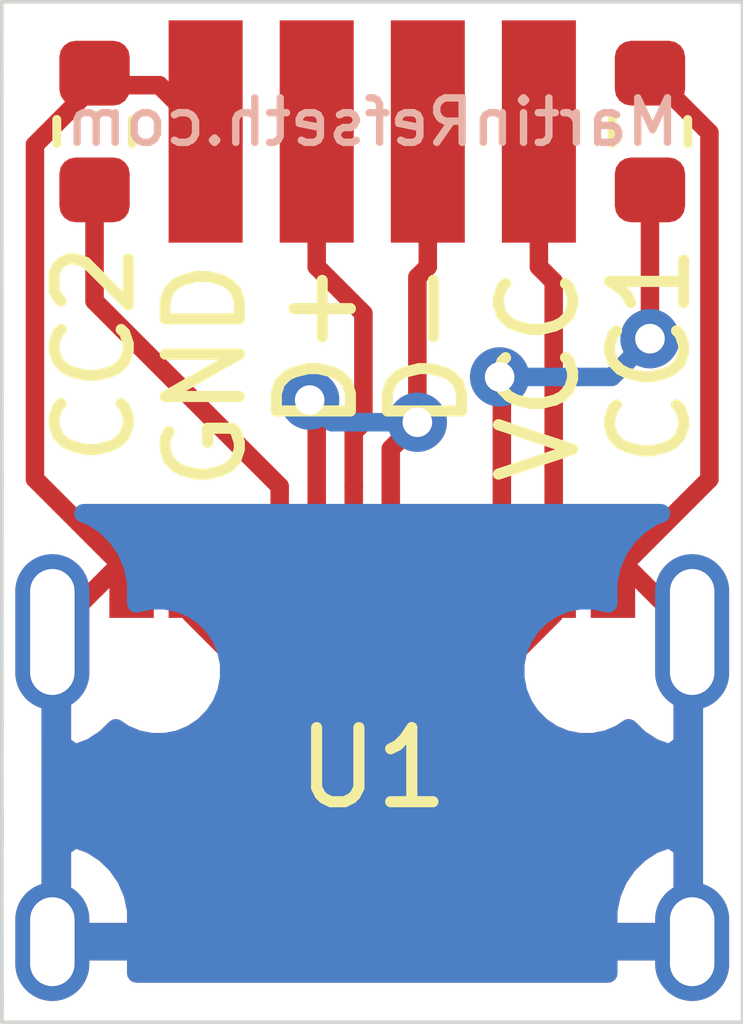
<source format=kicad_pcb>
(kicad_pcb (version 20171130) (host pcbnew "(5.1.5)-3")

  (general
    (thickness 0.8)
    (drawings 5)
    (tracks 56)
    (zones 0)
    (modules 7)
    (nets 9)
  )

  (page A4)
  (layers
    (0 F.Cu signal)
    (31 B.Cu signal)
    (32 B.Adhes user)
    (33 F.Adhes user)
    (34 B.Paste user)
    (35 F.Paste user)
    (36 B.SilkS user)
    (37 F.SilkS user)
    (38 B.Mask user)
    (39 F.Mask user)
    (40 Dwgs.User user)
    (41 Cmts.User user)
    (42 Eco1.User user)
    (43 Eco2.User user)
    (44 Edge.Cuts user)
    (45 Margin user)
    (46 B.CrtYd user)
    (47 F.CrtYd user)
    (48 B.Fab user)
    (49 F.Fab user hide)
  )

  (setup
    (last_trace_width 0.25)
    (trace_clearance 0.2)
    (zone_clearance 0.508)
    (zone_45_only no)
    (trace_min 0.2)
    (via_size 0.8)
    (via_drill 0.4)
    (via_min_size 0.4)
    (via_min_drill 0.3)
    (uvia_size 0.3)
    (uvia_drill 0.1)
    (uvias_allowed no)
    (uvia_min_size 0.2)
    (uvia_min_drill 0.1)
    (edge_width 0.05)
    (segment_width 0.2)
    (pcb_text_width 0.3)
    (pcb_text_size 1.5 1.5)
    (mod_edge_width 0.12)
    (mod_text_size 1 1)
    (mod_text_width 0.15)
    (pad_size 0.875 0.95)
    (pad_drill 0)
    (pad_to_mask_clearance 0.051)
    (solder_mask_min_width 0.25)
    (aux_axis_origin 0 0)
    (visible_elements 7FFFFFFF)
    (pcbplotparams
      (layerselection 0x010fc_ffffffff)
      (usegerberextensions false)
      (usegerberattributes false)
      (usegerberadvancedattributes false)
      (creategerberjobfile false)
      (excludeedgelayer true)
      (linewidth 0.100000)
      (plotframeref false)
      (viasonmask false)
      (mode 1)
      (useauxorigin false)
      (hpglpennumber 1)
      (hpglpenspeed 20)
      (hpglpendiameter 15.000000)
      (psnegative false)
      (psa4output false)
      (plotreference true)
      (plotvalue true)
      (plotinvisibletext false)
      (padsonsilk false)
      (subtractmaskfromsilk false)
      (outputformat 1)
      (mirror false)
      (drillshape 1)
      (scaleselection 1)
      (outputdirectory ""))
  )

  (net 0 "")
  (net 1 "Net-(CC1-Pad1)")
  (net 2 "Net-(CC2-Pad1)")
  (net 3 "Net-(Data+1-Pad1)")
  (net 4 "Net-(Data-1-Pad1)")
  (net 5 "Net-(GND2-Pad1)")
  (net 6 "Net-(SBU1-Pad1)")
  (net 7 "Net-(SBU2-Pad1)")
  (net 8 "Net-(U1-PadB4|A9)")

  (net_class Default "This is the default net class."
    (clearance 0.2)
    (trace_width 0.25)
    (via_dia 0.8)
    (via_drill 0.4)
    (uvia_dia 0.3)
    (uvia_drill 0.1)
    (add_net "Net-(CC1-Pad1)")
    (add_net "Net-(CC2-Pad1)")
    (add_net "Net-(Data+1-Pad1)")
    (add_net "Net-(Data-1-Pad1)")
    (add_net "Net-(GND2-Pad1)")
    (add_net "Net-(SBU1-Pad1)")
    (add_net "Net-(SBU2-Pad1)")
    (add_net "Net-(U1-PadB4|A9)")
  )

  (module Resistor_SMD:R_0603_1608Metric (layer F.Cu) (tedit 5F012865) (tstamp 5F01833E)
    (at 169.234 94.9208 90)
    (descr "Resistor SMD 0603 (1608 Metric), square (rectangular) end terminal, IPC_7351 nominal, (Body size source: http://www.tortai-tech.com/upload/download/2011102023233369053.pdf), generated with kicad-footprint-generator")
    (tags resistor)
    (attr smd)
    (fp_text reference CC1 (at -3.0226 0 90) (layer F.SilkS)
      (effects (font (size 1 1) (thickness 0.15)))
    )
    (fp_text value R_0603_1608Metric (at 0 1.43 90) (layer F.Fab) hide
      (effects (font (size 1 1) (thickness 0.15)))
    )
    (fp_line (start -0.8 0.4) (end -0.8 -0.4) (layer F.Fab) (width 0.1))
    (fp_line (start -0.8 -0.4) (end 0.8 -0.4) (layer F.Fab) (width 0.1))
    (fp_line (start 0.8 -0.4) (end 0.8 0.4) (layer F.Fab) (width 0.1))
    (fp_line (start 0.8 0.4) (end -0.8 0.4) (layer F.Fab) (width 0.1))
    (fp_line (start -0.162779 -0.51) (end 0.162779 -0.51) (layer F.SilkS) (width 0.12))
    (fp_line (start -0.162779 0.51) (end 0.162779 0.51) (layer F.SilkS) (width 0.12))
    (fp_line (start -1.48 0.73) (end -1.48 -0.73) (layer F.CrtYd) (width 0.05))
    (fp_line (start -1.48 -0.73) (end 1.48 -0.73) (layer F.CrtYd) (width 0.05))
    (fp_line (start 1.48 -0.73) (end 1.48 0.73) (layer F.CrtYd) (width 0.05))
    (fp_line (start 1.48 0.73) (end -1.48 0.73) (layer F.CrtYd) (width 0.05))
    (fp_text user %R (at 0 0 90) (layer F.Fab)
      (effects (font (size 0.4 0.4) (thickness 0.06)))
    )
    (pad 1 smd roundrect (at -0.7875 0 90) (size 0.875 0.95) (layers F.Cu F.Paste F.Mask) (roundrect_rratio 0.25)
      (net 2 "Net-(CC2-Pad1)"))
    (pad 2 smd roundrect (at 0.7875 0 90) (size 0.875 0.95) (layers F.Cu F.Paste F.Mask) (roundrect_rratio 0.25)
      (net 5 "Net-(GND2-Pad1)"))
    (model ${KISYS3DMOD}/Resistor_SMD.3dshapes/R_0603_1608Metric.wrl
      (at (xyz 0 0 0))
      (scale (xyz 1 1 1))
      (rotate (xyz 0 0 0))
    )
  )

  (module Resistor_SMD:R_0603_1608Metric (layer F.Cu) (tedit 5F01285E) (tstamp 5F01833D)
    (at 161.734 94.9208 90)
    (descr "Resistor SMD 0603 (1608 Metric), square (rectangular) end terminal, IPC_7351 nominal, (Body size source: http://www.tortai-tech.com/upload/download/2011102023233369053.pdf), generated with kicad-footprint-generator")
    (tags resistor)
    (attr smd)
    (fp_text reference CC2 (at -3.00482 0 90) (layer F.SilkS)
      (effects (font (size 1 1) (thickness 0.15)))
    )
    (fp_text value R_0603_1608Metric (at 0 1.43 90) (layer F.Fab) hide
      (effects (font (size 1 1) (thickness 0.15)))
    )
    (fp_text user %R (at 0 0 90) (layer F.Fab)
      (effects (font (size 0.4 0.4) (thickness 0.06)))
    )
    (fp_line (start 1.48 0.73) (end -1.48 0.73) (layer F.CrtYd) (width 0.05))
    (fp_line (start 1.48 -0.73) (end 1.48 0.73) (layer F.CrtYd) (width 0.05))
    (fp_line (start -1.48 -0.73) (end 1.48 -0.73) (layer F.CrtYd) (width 0.05))
    (fp_line (start -1.48 0.73) (end -1.48 -0.73) (layer F.CrtYd) (width 0.05))
    (fp_line (start -0.162779 0.51) (end 0.162779 0.51) (layer F.SilkS) (width 0.12))
    (fp_line (start -0.162779 -0.51) (end 0.162779 -0.51) (layer F.SilkS) (width 0.12))
    (fp_line (start 0.8 0.4) (end -0.8 0.4) (layer F.Fab) (width 0.1))
    (fp_line (start 0.8 -0.4) (end 0.8 0.4) (layer F.Fab) (width 0.1))
    (fp_line (start -0.8 -0.4) (end 0.8 -0.4) (layer F.Fab) (width 0.1))
    (fp_line (start -0.8 0.4) (end -0.8 -0.4) (layer F.Fab) (width 0.1))
    (pad 2 smd roundrect (at 0.7875 0 90) (size 0.875 0.95) (layers F.Cu F.Paste F.Mask) (roundrect_rratio 0.25)
      (net 5 "Net-(GND2-Pad1)"))
    (pad 1 smd roundrect (at -0.7875 0 90) (size 0.875 0.95) (layers F.Cu F.Paste F.Mask) (roundrect_rratio 0.25)
      (net 1 "Net-(CC1-Pad1)"))
    (model ${KISYS3DMOD}/Resistor_SMD.3dshapes/R_0603_1608Metric.wrl
      (at (xyz 0 0 0))
      (scale (xyz 1 1 1))
      (rotate (xyz 0 0 0))
    )
  )

  (module Custom:SolderWirePad_1x01_SMD_5x10mm (layer F.Cu) (tedit 5E3BFFC2) (tstamp 5E3C6244)
    (at 167.734 94.9208)
    (descr "Wire Pad, Square, SMD Pad,  5mm x 10mm,")
    (tags "MesurementPoint Square SMDPad 5mmx10mm ")
    (path /5E3C8F58)
    (attr smd virtual)
    (fp_text reference VCC (at 0 3.29 90) (layer F.SilkS)
      (effects (font (size 1 1) (thickness 0.15)))
    )
    (fp_text value MountingHole_Pad (at 0 6.35) (layer F.Fab) hide
      (effects (font (size 1 1) (thickness 0.15)))
    )
    (fp_text user %R (at 0 0) (layer F.Fab)
      (effects (font (size 1 1) (thickness 0.15)))
    )
    (fp_line (start 0.75 -1.75) (end -0.75 -1.75) (layer F.CrtYd) (width 0.05))
    (fp_line (start 0.75 1.75) (end 0.75 -1.75) (layer F.CrtYd) (width 0.05))
    (fp_line (start -0.75 1.75) (end 0.75 1.75) (layer F.CrtYd) (width 0.05))
    (fp_line (start -0.75 -1.75) (end -0.75 1.75) (layer F.CrtYd) (width 0.05))
    (pad 1 smd rect (at 0 0) (size 1 3) (layers F.Cu F.Paste F.Mask)
      (net 8 "Net-(U1-PadB4|A9)"))
  )

  (module Custom:SolderWirePad_1x01_SMD_5x10mm (layer F.Cu) (tedit 5E3BFFC2) (tstamp 5E3C6206)
    (at 163.234 94.9208)
    (descr "Wire Pad, Square, SMD Pad,  5mm x 10mm,")
    (tags "MesurementPoint Square SMDPad 5mmx10mm ")
    (path /5E3CAA3C)
    (attr smd virtual)
    (fp_text reference GND (at 0 3.29 90) (layer F.SilkS)
      (effects (font (size 1 1) (thickness 0.15)))
    )
    (fp_text value MountingHole_Pad (at 0 6.35) (layer F.Fab) hide
      (effects (font (size 1 1) (thickness 0.15)))
    )
    (fp_text user %R (at 0 0) (layer F.Fab)
      (effects (font (size 1 1) (thickness 0.15)))
    )
    (fp_line (start 0.75 -1.75) (end -0.75 -1.75) (layer F.CrtYd) (width 0.05))
    (fp_line (start 0.75 1.75) (end 0.75 -1.75) (layer F.CrtYd) (width 0.05))
    (fp_line (start -0.75 1.75) (end 0.75 1.75) (layer F.CrtYd) (width 0.05))
    (fp_line (start -0.75 -1.75) (end -0.75 1.75) (layer F.CrtYd) (width 0.05))
    (pad 1 smd rect (at 0 0) (size 1 3) (layers F.Cu F.Paste F.Mask)
      (net 5 "Net-(GND2-Pad1)"))
  )

  (module Custom:SolderWirePad_1x01_SMD_5x10mm (layer F.Cu) (tedit 5E3BFFC2) (tstamp 5E3C61E8)
    (at 166.234 94.9208)
    (descr "Wire Pad, Square, SMD Pad,  5mm x 10mm,")
    (tags "MesurementPoint Square SMDPad 5mmx10mm ")
    (path /5E3C638C)
    (attr smd virtual)
    (fp_text reference D- (at 0 2.89 90) (layer F.SilkS)
      (effects (font (size 1 1) (thickness 0.15)))
    )
    (fp_text value MountingHole_Pad (at 0 6.35) (layer F.Fab) hide
      (effects (font (size 1 1) (thickness 0.15)))
    )
    (fp_text user %R (at 0 0) (layer F.Fab)
      (effects (font (size 1 1) (thickness 0.15)))
    )
    (fp_line (start 0.75 -1.75) (end -0.75 -1.75) (layer F.CrtYd) (width 0.05))
    (fp_line (start 0.75 1.75) (end 0.75 -1.75) (layer F.CrtYd) (width 0.05))
    (fp_line (start -0.75 1.75) (end 0.75 1.75) (layer F.CrtYd) (width 0.05))
    (fp_line (start -0.75 -1.75) (end -0.75 1.75) (layer F.CrtYd) (width 0.05))
    (pad 1 smd rect (at 0 0) (size 1 3) (layers F.Cu F.Paste F.Mask)
      (net 4 "Net-(Data-1-Pad1)"))
  )

  (module Custom:SolderWirePad_1x01_SMD_5x10mm (layer F.Cu) (tedit 5E3BFFC2) (tstamp 5E3C61D4)
    (at 164.734 94.9208)
    (descr "Wire Pad, Square, SMD Pad,  5mm x 10mm,")
    (tags "MesurementPoint Square SMDPad 5mmx10mm ")
    (path /5E3C6386)
    (attr smd virtual)
    (fp_text reference D+ (at 0 2.89 90) (layer F.SilkS)
      (effects (font (size 1 1) (thickness 0.15)))
    )
    (fp_text value MountingHole_Pad (at 0 6.35) (layer F.Fab) hide
      (effects (font (size 1 1) (thickness 0.15)))
    )
    (fp_text user %R (at 0 0) (layer F.Fab)
      (effects (font (size 1 1) (thickness 0.15)))
    )
    (fp_line (start 0.75 -1.75) (end -0.75 -1.75) (layer F.CrtYd) (width 0.05))
    (fp_line (start 0.75 1.75) (end 0.75 -1.75) (layer F.CrtYd) (width 0.05))
    (fp_line (start -0.75 1.75) (end 0.75 1.75) (layer F.CrtYd) (width 0.05))
    (fp_line (start -0.75 -1.75) (end -0.75 1.75) (layer F.CrtYd) (width 0.05))
    (pad 1 smd rect (at 0 0) (size 1 3) (layers F.Cu F.Paste F.Mask)
      (net 3 "Net-(Data+1-Pad1)"))
  )

  (module Custom:TYPE-C-31-M-12 (layer F.Cu) (tedit 5F0124F1) (tstamp 5E3C6230)
    (at 165.484 100.76)
    (path /5E3BFECA)
    (fp_text reference U1 (at 0.01016 2.75082) (layer F.SilkS)
      (effects (font (size 1 1) (thickness 0.15)))
    )
    (fp_text value TYPE-C-31-M-12 (at -0.00254 3.88112) (layer F.Fab) hide
      (effects (font (size 1 0.5) (thickness 0.025)))
    )
    (pad "" np_thru_hole circle (at -2.89 1.445) (size 0.65 0.65) (drill 0.65) (layers *.Cu *.Mask))
    (pad "" np_thru_hole circle (at 2.89 1.445) (size 0.65 0.65) (drill 0.65) (layers *.Cu *.Mask))
    (pad GND thru_hole oval (at -4.32 5.095) (size 1 1.6) (drill oval 0.6 1.2) (layers *.Cu *.Mask)
      (net 5 "Net-(GND2-Pad1)"))
    (pad GND thru_hole oval (at -4.32 0.915) (size 1 2.1) (drill oval 0.6 1.7) (layers *.Cu *.Mask)
      (net 5 "Net-(GND2-Pad1)"))
    (pad GND thru_hole oval (at 4.32 0.915) (size 1 2.1) (drill oval 0.6 1.7) (layers *.Cu *.Mask)
      (net 5 "Net-(GND2-Pad1)"))
    (pad GND thru_hole oval (at 4.32 5.095) (size 1 1.6) (drill oval 0.6 1.2) (layers *.Cu *.Mask)
      (net 5 "Net-(GND2-Pad1)"))
    (pad A1|B12 smd rect (at -3.25 0) (size 0.6 1.45) (layers F.Cu F.Paste F.Mask)
      (net 5 "Net-(GND2-Pad1)"))
    (pad B1|A12 smd rect (at 3.25 0) (size 0.6 1.45) (layers F.Cu F.Paste F.Mask)
      (net 5 "Net-(GND2-Pad1)"))
    (pad B4|A9 smd rect (at 2.45 0) (size 0.6 1.45) (layers F.Cu F.Paste F.Mask)
      (net 8 "Net-(U1-PadB4|A9)"))
    (pad B5 smd rect (at 1.75 0) (size 0.3 1.45) (layers F.Cu F.Paste F.Mask)
      (net 2 "Net-(CC2-Pad1)"))
    (pad A8 smd rect (at 1.25 0) (size 0.3 1.45) (layers F.Cu F.Paste F.Mask)
      (net 6 "Net-(SBU1-Pad1)"))
    (pad B6 smd rect (at 0.75 0) (size 0.3 1.45) (layers F.Cu F.Paste F.Mask)
      (net 3 "Net-(Data+1-Pad1)"))
    (pad A7 smd rect (at 0.25 0) (size 0.3 1.45) (layers F.Cu F.Paste F.Mask)
      (net 4 "Net-(Data-1-Pad1)"))
    (pad A6 smd rect (at -0.25 0) (size 0.3 1.45) (layers F.Cu F.Paste F.Mask)
      (net 3 "Net-(Data+1-Pad1)"))
    (pad B7 smd rect (at -0.75 0) (size 0.3 1.45) (layers F.Cu F.Paste F.Mask)
      (net 4 "Net-(Data-1-Pad1)"))
    (pad A5 smd rect (at -1.25 0) (size 0.3 1.45) (layers F.Cu F.Paste F.Mask)
      (net 1 "Net-(CC1-Pad1)"))
    (pad B8 smd rect (at -1.75 0) (size 0.3 1.45) (layers F.Cu F.Paste F.Mask)
      (net 7 "Net-(SBU2-Pad1)"))
    (pad A4|B9 smd rect (at -2.45 0) (size 0.6 1.45) (layers F.Cu F.Paste F.Mask)
      (net 8 "Net-(U1-PadB4|A9)"))
  )

  (gr_text MartinRefseth.com (at 165.48366 94.79432) (layer B.SilkS)
    (effects (font (size 0.6 0.6) (thickness 0.1)) (justify mirror))
  )
  (gr_line (start 170.48346 106.94162) (end 160.48346 106.94162) (layer Edge.Cuts) (width 0.05) (tstamp 5E3C7386))
  (gr_line (start 160.48346 106.94162) (end 160.48228 93.17076) (layer Edge.Cuts) (width 0.05) (tstamp 5E3C737A))
  (gr_line (start 170.48346 93.17076) (end 170.48346 106.94162) (layer Edge.Cuts) (width 0.05))
  (gr_line (start 170.48346 93.17076) (end 160.48228 93.17076) (layer Edge.Cuts) (width 0.05))

  (segment (start 167.734 94.9208) (end 167.734 96.7461) (width 0.25) (layer F.Cu) (net 8))
  (segment (start 167.934 100.76) (end 167.934 96.9461) (width 0.25) (layer F.Cu) (net 8))
  (segment (start 167.934 96.9461) (end 167.734 96.7461) (width 0.25) (layer F.Cu) (net 8))
  (segment (start 163.034 100.76) (end 163.034 101.4276) (width 0.25) (layer F.Cu) (net 8))
  (segment (start 163.034 101.4276) (end 163.8736 102.2672) (width 0.25) (layer F.Cu) (net 8))
  (segment (start 163.8736 102.2672) (end 167.104 102.2672) (width 0.25) (layer F.Cu) (net 8))
  (segment (start 167.104 102.2672) (end 167.934 101.4372) (width 0.25) (layer F.Cu) (net 8))
  (segment (start 167.934 101.4372) (end 167.934 100.76) (width 0.25) (layer F.Cu) (net 8))
  (segment (start 164.234 100.76) (end 164.234 99.7097) (width 0.25) (layer F.Cu) (net 1))
  (segment (start 164.234 99.7097) (end 161.734 97.2097) (width 0.25) (layer F.Cu) (net 1))
  (segment (start 161.734 97.2097) (end 161.734 95.7083) (width 0.25) (layer F.Cu) (net 1))
  (segment (start 167.234 100.76) (end 167.234 98.2631) (width 0.25) (layer F.Cu) (net 2))
  (segment (start 167.234 98.2631) (end 167.2038 98.2329) (width 0.25) (layer F.Cu) (net 2))
  (segment (start 169.234 97.7167) (end 168.7178 98.2329) (width 0.25) (layer B.Cu) (net 2))
  (segment (start 168.7178 98.2329) (end 167.2038 98.2329) (width 0.25) (layer B.Cu) (net 2))
  (segment (start 169.234 97.7167) (end 169.234 95.7083) (width 0.25) (layer F.Cu) (net 2))
  (via (at 169.234 97.7167) (size 0.8) (layers F.Cu B.Cu) (net 2))
  (via (at 167.2038 98.2329) (size 0.8) (layers F.Cu B.Cu) (net 2))
  (segment (start 165.234 99.7097) (end 165.234 98.9763) (width 0.25) (layer F.Cu) (net 3))
  (segment (start 165.234 98.9763) (end 165.3644 98.8459) (width 0.25) (layer F.Cu) (net 3))
  (segment (start 165.3644 98.8459) (end 165.3644 97.3765) (width 0.25) (layer F.Cu) (net 3))
  (segment (start 165.3644 97.3765) (end 164.734 96.7461) (width 0.25) (layer F.Cu) (net 3))
  (segment (start 166.234 100.76) (end 166.234 101.8103) (width 0.25) (layer F.Cu) (net 3))
  (segment (start 165.234 100.76) (end 165.234 101.8103) (width 0.25) (layer F.Cu) (net 3))
  (segment (start 165.234 101.8103) (end 166.234 101.8103) (width 0.25) (layer F.Cu) (net 3))
  (segment (start 165.234 100.3474) (end 165.234 100.76) (width 0.25) (layer F.Cu) (net 3))
  (segment (start 165.234 100.3474) (end 165.234 99.7097) (width 0.25) (layer F.Cu) (net 3))
  (segment (start 164.734 94.9208) (end 164.734 96.7461) (width 0.25) (layer F.Cu) (net 3))
  (segment (start 166.234 96.7461) (end 166.093 96.8871) (width 0.25) (layer F.Cu) (net 4))
  (segment (start 166.093 96.8871) (end 166.093 98.844) (width 0.25) (layer F.Cu) (net 4))
  (segment (start 165.734 100.76) (end 165.734 99.203) (width 0.25) (layer F.Cu) (net 4))
  (segment (start 165.734 99.203) (end 166.093 98.844) (width 0.25) (layer F.Cu) (net 4))
  (segment (start 164.6391 98.5454) (end 164.9377 98.844) (width 0.25) (layer B.Cu) (net 4))
  (segment (start 164.9377 98.844) (end 166.093 98.844) (width 0.25) (layer B.Cu) (net 4))
  (segment (start 164.734 100.76) (end 164.734 98.6403) (width 0.25) (layer F.Cu) (net 4))
  (segment (start 164.734 98.6403) (end 164.6391 98.5454) (width 0.25) (layer F.Cu) (net 4))
  (segment (start 166.234 94.9208) (end 166.234 96.7461) (width 0.25) (layer F.Cu) (net 4))
  (via (at 166.093 98.844) (size 0.8) (layers F.Cu B.Cu) (net 4))
  (via (at 164.6391 98.5454) (size 0.8) (layers F.Cu B.Cu) (net 4))
  (segment (start 168.889 100.76) (end 169.804 101.675) (width 0.25) (layer F.Cu) (net 5))
  (segment (start 168.734 100.76) (end 168.889 100.76) (width 0.25) (layer F.Cu) (net 5))
  (segment (start 169.234 94.1333) (end 170.037 94.9363) (width 0.25) (layer F.Cu) (net 5))
  (segment (start 170.037 94.9363) (end 170.037 99.612) (width 0.25) (layer F.Cu) (net 5))
  (segment (start 170.037 99.612) (end 168.889 100.76) (width 0.25) (layer F.Cu) (net 5))
  (segment (start 161.164 104.7297) (end 161.164 101.675) (width 0.25) (layer F.Cu) (net 5))
  (segment (start 161.164 105.855) (end 161.164 104.7297) (width 0.25) (layer F.Cu) (net 5))
  (segment (start 161.164 101.675) (end 162.079 100.76) (width 0.25) (layer F.Cu) (net 5))
  (segment (start 161.734 94.2955) (end 162.6087 94.2955) (width 0.25) (layer F.Cu) (net 5))
  (segment (start 162.6087 94.2955) (end 163.234 94.9208) (width 0.25) (layer F.Cu) (net 5))
  (segment (start 162.079 100.76) (end 160.9292 99.6102) (width 0.25) (layer F.Cu) (net 5))
  (segment (start 160.9292 99.6102) (end 160.9292 95.1003) (width 0.25) (layer F.Cu) (net 5))
  (segment (start 160.9292 95.1003) (end 161.734 94.2955) (width 0.25) (layer F.Cu) (net 5))
  (segment (start 161.734 94.2955) (end 161.734 94.1333) (width 0.25) (layer F.Cu) (net 5))
  (segment (start 162.079 100.76) (end 162.234 100.76) (width 0.25) (layer F.Cu) (net 5))
  (segment (start 169.804 105.855) (end 161.164 105.855) (width 0.25) (layer B.Cu) (net 5))
  (segment (start 169.804 105.855) (end 169.804 101.675) (width 0.25) (layer F.Cu) (net 5))

  (zone (net 5) (net_name "Net-(GND2-Pad1)") (layer F.Cu) (tstamp 0) (hatch edge 0.508)
    (connect_pads (clearance 0.508))
    (min_thickness 0.254)
    (fill yes (arc_segments 32) (thermal_gap 0.508) (thermal_bridge_width 0.508))
    (polygon
      (pts
        (xy 170.4848 106.93908) (xy 160.48228 106.93908) (xy 160.48228 99.94646) (xy 170.4848 99.94646)
      )
    )
    (filled_polygon
      (pts
        (xy 161.291 101.548) (xy 161.302133 101.548) (xy 161.308188 101.609482) (xy 161.311 101.618752) (xy 161.311 101.802)
        (xy 161.291 101.802) (xy 161.291 103.192954) (xy 161.465874 103.319119) (xy 161.688976 103.239276) (xy 161.876764 103.117369)
        (xy 162.021116 102.976794) (xy 162.139269 103.055741) (xy 162.313978 103.128108) (xy 162.499448 103.165) (xy 162.688552 103.165)
        (xy 162.874022 103.128108) (xy 163.048731 103.055741) (xy 163.205964 102.950681) (xy 163.339681 102.816964) (xy 163.34174 102.813882)
        (xy 163.449324 102.902174) (xy 163.581353 102.972746) (xy 163.724614 103.016203) (xy 163.836267 103.0272) (xy 163.836275 103.0272)
        (xy 163.8736 103.030876) (xy 163.910925 103.0272) (xy 167.066678 103.0272) (xy 167.104 103.030876) (xy 167.141322 103.0272)
        (xy 167.141333 103.0272) (xy 167.252986 103.016203) (xy 167.396247 102.972746) (xy 167.528276 102.902174) (xy 167.630025 102.81867)
        (xy 167.762036 102.950681) (xy 167.919269 103.055741) (xy 168.093978 103.128108) (xy 168.279448 103.165) (xy 168.468552 103.165)
        (xy 168.654022 103.128108) (xy 168.828731 103.055741) (xy 168.946884 102.976794) (xy 169.091236 103.117369) (xy 169.279024 103.239276)
        (xy 169.502126 103.319119) (xy 169.677 103.192954) (xy 169.677 101.802) (xy 169.657 101.802) (xy 169.657 101.618752)
        (xy 169.659812 101.609482) (xy 169.665867 101.548) (xy 169.677 101.548) (xy 169.677 101.528) (xy 169.823461 101.528)
        (xy 169.823461 106.002) (xy 169.677 106.002) (xy 169.677 105.982) (xy 168.669 105.982) (xy 168.669 106.28162)
        (xy 162.299 106.28162) (xy 162.299 105.982) (xy 161.291 105.982) (xy 161.291 106.002) (xy 161.143379 106.002)
        (xy 161.143258 104.587046) (xy 161.291 104.587046) (xy 161.291 105.728) (xy 162.299 105.728) (xy 162.299 105.428)
        (xy 168.669 105.428) (xy 168.669 105.728) (xy 169.677 105.728) (xy 169.677 104.587046) (xy 169.502126 104.460881)
        (xy 169.279024 104.540724) (xy 169.091236 104.662631) (xy 168.930839 104.818831) (xy 168.803997 105.003322) (xy 168.715585 105.209013)
        (xy 168.669 105.428) (xy 162.299 105.428) (xy 162.252415 105.209013) (xy 162.164003 105.003322) (xy 162.037161 104.818831)
        (xy 161.876764 104.662631) (xy 161.688976 104.540724) (xy 161.465874 104.460881) (xy 161.291 104.587046) (xy 161.143258 104.587046)
        (xy 161.142996 101.528) (xy 161.291 101.528)
      )
    )
  )
  (zone (net 5) (net_name "Net-(GND2-Pad1)") (layer B.Cu) (tstamp 5F0189D6) (hatch edge 0.508)
    (connect_pads (clearance 0.508))
    (min_thickness 0.254)
    (fill yes (arc_segments 32) (thermal_gap 0.508) (thermal_bridge_width 0.508))
    (polygon
      (pts
        (xy 170.4848 106.93908) (xy 160.48228 106.93908) (xy 160.48228 99.94646) (xy 170.4848 99.94646)
      )
    )
    (filled_polygon
      (pts
        (xy 169.279024 100.110724) (xy 169.091236 100.232631) (xy 168.930839 100.388831) (xy 168.803997 100.573322) (xy 168.715585 100.779013)
        (xy 168.669 100.998) (xy 168.669 101.288096) (xy 168.654022 101.281892) (xy 168.468552 101.245) (xy 168.279448 101.245)
        (xy 168.093978 101.281892) (xy 167.919269 101.354259) (xy 167.762036 101.459319) (xy 167.628319 101.593036) (xy 167.523259 101.750269)
        (xy 167.450892 101.924978) (xy 167.414 102.110448) (xy 167.414 102.299552) (xy 167.450892 102.485022) (xy 167.523259 102.659731)
        (xy 167.628319 102.816964) (xy 167.762036 102.950681) (xy 167.919269 103.055741) (xy 168.093978 103.128108) (xy 168.279448 103.165)
        (xy 168.468552 103.165) (xy 168.654022 103.128108) (xy 168.828731 103.055741) (xy 168.946884 102.976794) (xy 169.091236 103.117369)
        (xy 169.279024 103.239276) (xy 169.502126 103.319119) (xy 169.677 103.192954) (xy 169.677 101.802) (xy 169.657 101.802)
        (xy 169.657 101.548) (xy 169.677 101.548) (xy 169.677 101.528) (xy 169.823461 101.528) (xy 169.823461 106.002)
        (xy 169.677 106.002) (xy 169.677 105.982) (xy 168.669 105.982) (xy 168.669 106.28162) (xy 162.299 106.28162)
        (xy 162.299 105.982) (xy 161.291 105.982) (xy 161.291 106.002) (xy 161.143379 106.002) (xy 161.143258 104.587046)
        (xy 161.291 104.587046) (xy 161.291 105.728) (xy 162.299 105.728) (xy 162.299 105.428) (xy 168.669 105.428)
        (xy 168.669 105.728) (xy 169.677 105.728) (xy 169.677 104.587046) (xy 169.502126 104.460881) (xy 169.279024 104.540724)
        (xy 169.091236 104.662631) (xy 168.930839 104.818831) (xy 168.803997 105.003322) (xy 168.715585 105.209013) (xy 168.669 105.428)
        (xy 162.299 105.428) (xy 162.252415 105.209013) (xy 162.164003 105.003322) (xy 162.037161 104.818831) (xy 161.876764 104.662631)
        (xy 161.688976 104.540724) (xy 161.465874 104.460881) (xy 161.291 104.587046) (xy 161.143258 104.587046) (xy 161.142996 101.528)
        (xy 161.291 101.528) (xy 161.291 101.548) (xy 161.311 101.548) (xy 161.311 101.802) (xy 161.291 101.802)
        (xy 161.291 103.192954) (xy 161.465874 103.319119) (xy 161.688976 103.239276) (xy 161.876764 103.117369) (xy 162.021116 102.976794)
        (xy 162.139269 103.055741) (xy 162.313978 103.128108) (xy 162.499448 103.165) (xy 162.688552 103.165) (xy 162.874022 103.128108)
        (xy 163.048731 103.055741) (xy 163.205964 102.950681) (xy 163.339681 102.816964) (xy 163.444741 102.659731) (xy 163.517108 102.485022)
        (xy 163.554 102.299552) (xy 163.554 102.110448) (xy 163.517108 101.924978) (xy 163.444741 101.750269) (xy 163.339681 101.593036)
        (xy 163.205964 101.459319) (xy 163.048731 101.354259) (xy 162.874022 101.281892) (xy 162.688552 101.245) (xy 162.499448 101.245)
        (xy 162.313978 101.281892) (xy 162.299 101.288096) (xy 162.299 100.998) (xy 162.252415 100.779013) (xy 162.164003 100.573322)
        (xy 162.037161 100.388831) (xy 161.876764 100.232631) (xy 161.688976 100.110724) (xy 161.584851 100.07346) (xy 169.383149 100.07346)
      )
    )
  )
)

</source>
